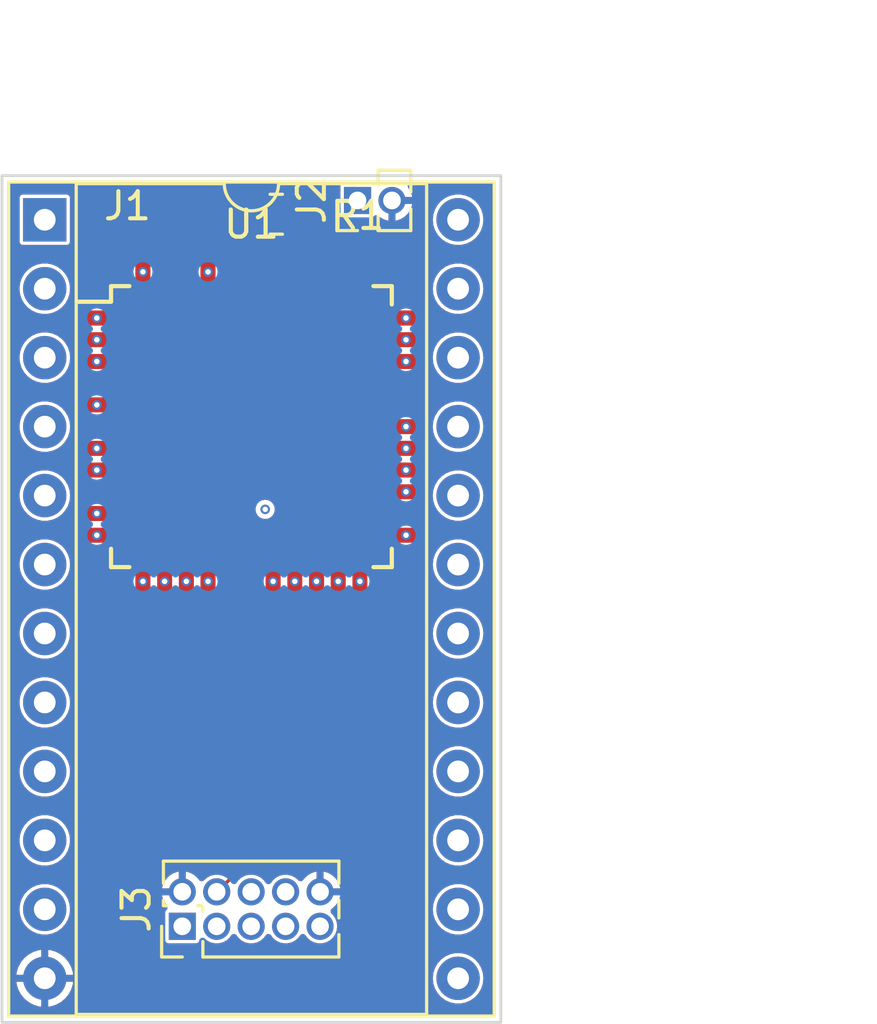
<source format=kicad_pcb>
(kicad_pcb (version 20221018) (generator pcbnew)
  (title_block (title "74(ls|hc|f)181 replacement cpld") (date "2023-04-12") (rev "0.0.1") (company "Rainy Day Plans") (comment 1 "3D view will not show the dip header correctly"))
  (layers (0 "F.Cu" signal) (1 "In1.Cu" signal) (2 "In2.Cu" signal) (31 "B.Cu" signal) (34 "B.Paste" user) (35 "F.Paste" user) (36 "B.SilkS" user "B.Silkscreen") (37 "F.SilkS" user "F.Silkscreen") (38 "B.Mask" user) (39 "F.Mask" user) (44 "Edge.Cuts" user))
  (net 0 "")
  (net 1 "/~{B0}")
  (net 2 "/~{A0}")
  (net 3 "/S3")
  (net 4 "/S2")
  (net 5 "/S1")
  (net 6 "/S0")
  (net 7 "/C_{N}")
  (net 8 "/M")
  (net 9 "/~{F0}")
  (net 10 "/~{F1}")
  (net 11 "/~{F2}")
  (net 12 "GND")
  (net 13 "/~{F3}")
  (net 14 "/A=B")
  (net 15 "/~{P}")
  (net 16 "/C_{N+4}")
  (net 17 "/~{G}")
  (net 18 "/~{B3}")
  (net 19 "/~{A3}")
  (net 20 "/~{B2}")
  (net 21 "/~{A2}")
  (net 22 "/~{B1}")
  (net 23 "/~{A1}")
  (net 24 "+5V")
  (net 31 "+12V")
  (net 36 "/TCK")
  (net 37 "/TDO")
  (net 38 "/TMS")
  (net 39 "/TDI")
  (net 40 "Net-(U1-I{slash}OE1{slash}Vpp)")
  (footprint "Resistor_SMD:R_0805_2012Metric" (layer "F.Cu") (at 139.3463 77.2668)
    (fp_text reference "R1" (at 2.9972 0.0508) (layer "F.SilkS"))
    (fp_text value "CPF0805B2K2E1")
    (fp_line (start -0.227064 -0.735) (end 0.227064 -0.735) (stroke (width 0.12)) (layer "F.SilkS"))
    (fp_line (start -0.227064 0.735) (end 0.227064 0.735) (stroke (width 0.12)) (layer "F.SilkS"))
    (pad "1" smd roundrect (at -0.9125 0) (size 1.025 1.4) (layers "F.Cu" "F.Paste" "F.Mask") (roundrect_rratio 0.243902) (net 40 "Net-(U1-I{slash}OE1{slash}Vpp)"))
    (pad "2" smd roundrect (at 0.9125 0) (size 1.025 1.4) (layers "F.Cu" "F.Paste" "F.Mask") (roundrect_rratio 0.243902) (net 31 "+12V"))
  )
  (footprint "Package_QFP:TQFP-44_10x10mm_P0.8mm" (layer "F.Cu") (at 138.43 85.09)
    (fp_text reference "U1" (at 0 -7.45) (layer "F.SilkS"))
    (fp_text value "ATF1502AS-xAx44")
    (fp_line (start -5.175 -5.175) (end -5.175 -4.6) (stroke (width 0.15)) (layer "F.SilkS"))
    (fp_line (start -5.175 -5.175) (end -4.5 -5.175) (stroke (width 0.15)) (layer "F.SilkS"))
    (fp_line (start -5.175 -4.6) (end -6.45 -4.6) (stroke (width 0.15)) (layer "F.SilkS"))
    (fp_line (start -5.175 5.175) (end -5.175 4.5) (stroke (width 0.15)) (layer "F.SilkS"))
    (fp_line (start -5.175 5.175) (end -4.5 5.175) (stroke (width 0.15)) (layer "F.SilkS"))
    (fp_line (start 5.175 -5.175) (end 4.5 -5.175) (stroke (width 0.15)) (layer "F.SilkS"))
    (fp_line (start 5.175 -5.175) (end 5.175 -4.5) (stroke (width 0.15)) (layer "F.SilkS"))
    (fp_line (start 5.175 5.175) (end 4.5 5.175) (stroke (width 0.15)) (layer "F.SilkS"))
    (fp_line (start 5.175 5.175) (end 5.175 4.5) (stroke (width 0.15)) (layer "F.SilkS"))
    (pad "1" smd rect (at -5.7 -4) (size 1.5 0.55) (layers "F.Cu" "F.Paste" "F.Mask") (net 39 "/TDI"))
    (pad "2" smd rect (at -5.7 -3.2) (size 1.5 0.55) (layers "F.Cu" "F.Paste" "F.Mask") (net 2 "/~{A0}"))
    (pad "3" smd rect (at -5.7 -2.4) (size 1.5 0.55) (layers "F.Cu" "F.Paste" "F.Mask") (net 3 "/S3"))
    (pad "4" smd rect (at -5.7 -1.6) (size 1.5 0.55) (layers "F.Cu" "F.Paste" "F.Mask") (net 12 "GND"))
    (pad "5" smd rect (at -5.7 -0.8) (size 1.5 0.55) (layers "F.Cu" "F.Paste" "F.Mask") (net 4 "/S2"))
    (pad "6" smd rect (at -5.7 0) (size 1.5 0.55) (layers "F.Cu" "F.Paste" "F.Mask"))
    (pad "7" smd rect (at -5.7 0.8) (size 1.5 0.55) (layers "F.Cu" "F.Paste" "F.Mask") (net 38 "/TMS"))
    (pad "8" smd rect (at -5.7 1.6) (size 1.5 0.55) (layers "F.Cu" "F.Paste" "F.Mask") (net 5 "/S1"))
    (pad "9" smd rect (at -5.7 2.4) (size 1.5 0.55) (layers "F.Cu" "F.Paste" "F.Mask") (net 24 "+5V"))
    (pad "10" smd rect (at -5.7 3.2) (size 1.5 0.55) (layers "F.Cu" "F.Paste" "F.Mask") (net 6 "/S0"))
    (pad "11" smd rect (at -5.7 4) (size 1.5 0.55) (layers "F.Cu" "F.Paste" "F.Mask") (net 7 "/C_{N}"))
    (pad "12" smd rect (at -4 5.7 90) (size 1.5 0.55) (layers "F.Cu" "F.Paste" "F.Mask") (net 8 "/M"))
    (pad "13" smd rect (at -3.2 5.7 90) (size 1.5 0.55) (layers "F.Cu" "F.Paste" "F.Mask") (net 9 "/~{F0}"))
    (pad "14" smd rect (at -2.4 5.7 90) (size 1.5 0.55) (layers "F.Cu" "F.Paste" "F.Mask") (net 10 "/~{F1}"))
    (pad "15" smd rect (at -1.6 5.7 90) (size 1.5 0.55) (layers "F.Cu" "F.Paste" "F.Mask") (net 11 "/~{F2}"))
    (pad "16" smd rect (at -0.8 5.7 90) (size 1.5 0.55) (layers "F.Cu" "F.Paste" "F.Mask") (net 12 "GND"))
    (pad "17" smd rect (at 0 5.7 90) (size 1.5 0.55) (layers "F.Cu" "F.Paste" "F.Mask") (net 24 "+5V"))
    (pad "18" smd rect (at 0.8 5.7 90) (size 1.5 0.55) (layers "F.Cu" "F.Paste" "F.Mask") (net 13 "/~{F3}"))
    (pad "19" smd rect (at 1.6 5.7 90) (size 1.5 0.55) (layers "F.Cu" "F.Paste" "F.Mask") (net 14 "/A=B"))
    (pad "20" smd rect (at 2.4 5.7 90) (size 1.5 0.55) (layers "F.Cu" "F.Paste" "F.Mask") (net 15 "/~{P}"))
    (pad "21" smd rect (at 3.2 5.7 90) (size 1.5 0.55) (layers "F.Cu" "F.Paste" "F.Mask") (net 16 "/C_{N+4}"))
    (pad "22" smd rect (at 4 5.7 90) (size 1.5 0.55) (layers "F.Cu" "F.Paste" "F.Mask") (net 17 "/~{G}"))
    (pad "23" smd rect (at 5.7 4) (size 1.5 0.55) (layers "F.Cu" "F.Paste" "F.Mask") (net 18 "/~{B3}"))
    (pad "24" smd rect (at 5.7 3.2) (size 1.5 0.55) (layers "F.Cu" "F.Paste" "F.Mask") (net 12 "GND"))
    (pad "25" smd rect (at 5.7 2.4) (size 1.5 0.55) (layers "F.Cu" "F.Paste" "F.Mask") (net 19 "/~{A3}"))
    (pad "26" smd rect (at 5.7 1.6) (size 1.5 0.55) (layers "F.Cu" "F.Paste" "F.Mask") (net 36 "/TCK"))
    (pad "27" smd rect (at 5.7 0.8) (size 1.5 0.55) (layers "F.Cu" "F.Paste" "F.Mask") (net 20 "/~{B2}"))
    (pad "28" smd rect (at 5.7 0) (size 1.5 0.55) (layers "F.Cu" "F.Paste" "F.Mask") (net 21 "/~{A2}"))
    (pad "29" smd rect (at 5.7 -0.8) (size 1.5 0.55) (layers "F.Cu" "F.Paste" "F.Mask") (net 24 "+5V"))
    (pad "30" smd rect (at 5.7 -1.6) (size 1.5 0.55) (layers "F.Cu" "F.Paste" "F.Mask"))
    (pad "31" smd rect (at 5.7 -2.4) (size 1.5 0.55) (layers "F.Cu" "F.Paste" "F.Mask") (net 22 "/~{B1}"))
    (pad "32" smd rect (at 5.7 -3.2) (size 1.5 0.55) (layers "F.Cu" "F.Paste" "F.Mask") (net 37 "/TDO"))
    (pad "33" smd rect (at 5.7 -4) (size 1.5 0.55) (layers "F.Cu" "F.Paste" "F.Mask") (net 23 "/~{A1}"))
    (pad "34" smd rect (at 4 -5.7 90) (size 1.5 0.55) (layers "F.Cu" "F.Paste" "F.Mask"))
    (pad "35" smd rect (at 3.2 -5.7 90) (size 1.5 0.55) (layers "F.Cu" "F.Paste" "F.Mask"))
    (pad "36" smd rect (at 2.4 -5.7 90) (size 1.5 0.55) (layers "F.Cu" "F.Paste" "F.Mask") (net 12 "GND"))
    (pad "37" smd rect (at 1.6 -5.7 90) (size 1.5 0.55) (layers "F.Cu" "F.Paste" "F.Mask"))
    (pad "38" smd rect (at 0.8 -5.7 90) (size 1.5 0.55) (layers "F.Cu" "F.Paste" "F.Mask") (net 40 "Net-(U1-I{slash}OE1{slash}Vpp)"))
    (pad "39" smd rect (at 0 -5.7 90) (size 1.5 0.55) (layers "F.Cu" "F.Paste" "F.Mask"))
    (pad "40" smd rect (at -0.8 -5.7 90) (size 1.5 0.55) (layers "F.Cu" "F.Paste" "F.Mask"))
    (pad "41" smd rect (at -1.6 -5.7 90) (size 1.5 0.55) (layers "F.Cu" "F.Paste" "F.Mask") (net 24 "+5V"))
    (pad "42" smd rect (at -2.4 -5.7 90) (size 1.5 0.55) (layers "F.Cu" "F.Paste" "F.Mask"))
    (pad "43" smd rect (at -3.2 -5.7 90) (size 1.5 0.55) (layers "F.Cu" "F.Paste" "F.Mask"))
    (pad "44" smd rect (at -4 -5.7 90) (size 1.5 0.55) (layers "F.Cu" "F.Paste" "F.Mask") (net 1 "/~{B0}"))
  )
  (footprint "Connector_PinHeader_1.27mm:PinHeader_1x02_P1.27mm_Vertical" (layer "F.Cu") (at 142.3416 76.7588 90)
    (fp_text reference "J2" (at 0 -1.695 90) (layer "F.SilkS"))
    (fp_text value "prog voltage")
    (fp_line (start -1.11 -0.76) (end 0 -0.76) (stroke (width 0.12)) (layer "F.SilkS"))
    (fp_line (start -1.11 0) (end -1.11 -0.76) (stroke (width 0.12)) (layer "F.SilkS"))
    (fp_line (start -1.11 0.76) (end -1.11 1.965) (stroke (width 0.12)) (layer "F.SilkS"))
    (fp_line (start -1.11 0.76) (end -0.563471 0.76) (stroke (width 0.12)) (layer "F.SilkS"))
    (fp_line (start -1.11 1.965) (end -0.30753 1.965) (stroke (width 0.12)) (layer "F.SilkS"))
    (fp_line (start 0.30753 1.965) (end 1.11 1.965) (stroke (width 0.12)) (layer "F.SilkS"))
    (fp_line (start 0.563471 0.76) (end 1.11 0.76) (stroke (width 0.12)) (layer "F.SilkS"))
    (fp_line (start 1.11 0.76) (end 1.11 1.965) (stroke (width 0.12)) (layer "F.SilkS"))
    (pad "1" thru_hole rect (at 0 0 90) (size 1 1) (drill 0.65) (layers "*.Cu" "*.Mask") (net 31 "+12V"))
    (pad "2" thru_hole oval (at 0 1.27 90) (size 1 1) (drill 0.65) (layers "*.Cu" "*.Mask") (net 12 "GND"))
  )
  (footprint "Package_DIP:DIP-24_W15.24mm_Socket" (layer "F.Cu") (at 130.81 77.47)
    (fp_text reference "J1" (at 3.048 -0.508) (layer "F.SilkS"))
    (fp_text value "aries 24-600-20")
    (fp_line (start -1.33 -1.39) (end -1.33 29.33) (stroke (width 0.12)) (layer "F.SilkS"))
    (fp_line (start -1.33 29.33) (end 16.57 29.33) (stroke (width 0.12)) (layer "F.SilkS"))
    (fp_line (start 1.16 -1.33) (end 1.16 29.27) (stroke (width 0.12)) (layer "F.SilkS"))
    (fp_line (start 1.16 29.27) (end 14.08 29.27) (stroke (width 0.12)) (layer "F.SilkS"))
    (fp_line (start 6.62 -1.33) (end 1.16 -1.33) (stroke (width 0.12)) (layer "F.SilkS"))
    (fp_line (start 14.08 -1.33) (end 8.62 -1.33) (stroke (width 0.12)) (layer "F.SilkS"))
    (fp_line (start 14.08 29.27) (end 14.08 -1.33) (stroke (width 0.12)) (layer "F.SilkS"))
    (fp_line (start 16.57 -1.39) (end -1.33 -1.39) (stroke (width 0.12)) (layer "F.SilkS"))
    (fp_line (start 16.57 29.33) (end 16.57 -1.39) (stroke (width 0.12)) (layer "F.SilkS"))
    (fp_arc (start 8.62 -1.33) (mid 7.62 -0.33) (end 6.62 -1.33) (stroke (width 0.12)) (layer "F.SilkS"))
    (pad "1" thru_hole rect (at 0 0) (size 1.6 1.6) (drill 0.8) (layers "*.Cu" "*.Mask") (net 1 "/~{B0}"))
    (pad "2" thru_hole oval (at 0 2.54) (size 1.6 1.6) (drill 0.8) (layers "*.Cu" "*.Mask") (net 2 "/~{A0}"))
    (pad "3" thru_hole oval (at 0 5.08) (size 1.6 1.6) (drill 0.8) (layers "*.Cu" "*.Mask") (net 3 "/S3"))
    (pad "4" thru_hole oval (at 0 7.62) (size 1.6 1.6) (drill 0.8) (layers "*.Cu" "*.Mask") (net 4 "/S2"))
    (pad "5" thru_hole oval (at 0 10.16) (size 1.6 1.6) (drill 0.8) (layers "*.Cu" "*.Mask") (net 5 "/S1"))
    (pad "6" thru_hole oval (at 0 12.7) (size 1.6 1.6) (drill 0.8) (layers "*.Cu" "*.Mask") (net 6 "/S0"))
    (pad "7" thru_hole oval (at 0 15.24) (size 1.6 1.6) (drill 0.8) (layers "*.Cu" "*.Mask") (net 7 "/C_{N}"))
    (pad "8" thru_hole oval (at 0 17.78) (size 1.6 1.6) (drill 0.8) (layers "*.Cu" "*.Mask") (net 8 "/M"))
    (pad "9" thru_hole oval (at 0 20.32) (size 1.6 1.6) (drill 0.8) (layers "*.Cu" "*.Mask") (net 9 "/~{F0}"))
    (pad "10" thru_hole oval (at 0 22.86) (size 1.6 1.6) (drill 0.8) (layers "*.Cu" "*.Mask") (net 10 "/~{F1}"))
    (pad "11" thru_hole oval (at 0 25.4) (size 1.6 1.6) (drill 0.8) (layers "*.Cu" "*.Mask") (net 11 "/~{F2}"))
    (pad "12" thru_hole oval (at 0 27.94) (size 1.6 1.6) (drill 0.8) (layers "*.Cu" "*.Mask") (net 12 "GND"))
    (pad "13" thru_hole oval (at 15.24 27.94) (size 1.6 1.6) (drill 0.8) (layers "*.Cu" "*.Mask") (net 13 "/~{F3}"))
    (pad "14" thru_hole oval (at 15.24 25.4) (size 1.6 1.6) (drill 0.8) (layers "*.Cu" "*.Mask") (net 14 "/A=B"))
    (pad "15" thru_hole oval (at 15.24 22.86) (size 1.6 1.6) (drill 0.8) (layers "*.Cu" "*.Mask") (net 15 "/~{P}"))
    (pad "16" thru_hole oval (at 15.24 20.32) (size 1.6 1.6) (drill 0.8) (layers "*.Cu" "*.Mask") (net 16 "/C_{N+4}"))
    (pad "17" thru_hole oval (at 15.24 17.78) (size 1.6 1.6) (drill 0.8) (layers "*.Cu" "*.Mask") (net 17 "/~{G}"))
    (pad "18" thru_hole oval (at 15.24 15.24) (size 1.6 1.6) (drill 0.8) (layers "*.Cu" "*.Mask") (net 18 "/~{B3}"))
    (pad "19" thru_hole oval (at 15.24 12.7) (size 1.6 1.6) (drill 0.8) (layers "*.Cu" "*.Mask") (net 19 "/~{A3}"))
    (pad "20" thru_hole oval (at 15.24 10.16) (size 1.6 1.6) (drill 0.8) (layers "*.Cu" "*.Mask") (net 20 "/~{B2}"))
    (pad "21" thru_hole oval (at 15.24 7.62) (size 1.6 1.6) (drill 0.8) (layers "*.Cu" "*.Mask") (net 21 "/~{A2}"))
    (pad "22" thru_hole oval (at 15.24 5.08) (size 1.6 1.6) (drill 0.8) (layers "*.Cu" "*.Mask") (net 22 "/~{B1}"))
    (pad "23" thru_hole oval (at 15.24 2.54) (size 1.6 1.6) (drill 0.8) (layers "*.Cu" "*.Mask") (net 23 "/~{A1}"))
    (pad "24" thru_hole oval (at 15.24 0) (size 1.6 1.6) (drill 0.8) (layers "*.Cu" "*.Mask") (net 24 "+5V"))
  )
  (footprint "Connector_PinHeader_1.27mm:PinHeader_2x05_P1.27mm_Vertical" (layer "F.Cu") (at 135.88 103.495 90)
    (fp_text reference "J3" (at 0.635 -1.695 90) (layer "F.SilkS"))
    (fp_text value "FTSH-105-04-F-D")
    (fp_line (start -1.13 -0.76) (end 0 -0.76) (stroke (width 0.12)) (layer "F.SilkS"))
    (fp_line (start -1.13 0) (end -1.13 -0.76) (stroke (width 0.12)) (layer "F.SilkS"))
    (fp_line (start -1.13 0.76) (end -1.13 5.775) (stroke (width 0.12)) (layer "F.SilkS"))
    (fp_line (start -1.13 0.76) (end -0.563471 0.76) (stroke (width 0.12)) (layer "F.SilkS"))
    (fp_line (start -1.13 5.775) (end -0.30753 5.775) (stroke (width 0.12)) (layer "F.SilkS"))
    (fp_line (start 0.30753 5.775) (end 0.96247 5.775) (stroke (width 0.12)) (layer "F.SilkS"))
    (fp_line (start 0.563471 0.76) (end 0.706529 0.76) (stroke (width 0.12)) (layer "F.SilkS"))
    (fp_line (start 0.76 -0.695) (end 0.96247 -0.695) (stroke (width 0.12)) (layer "F.SilkS"))
    (fp_line (start 0.76 -0.563471) (end 0.76 -0.695) (stroke (width 0.12)) (layer "F.SilkS"))
    (fp_line (start 0.76 0.706529) (end 0.76 0.563471) (stroke (width 0.12)) (layer "F.SilkS"))
    (fp_line (start 1.57753 -0.695) (end 2.4 -0.695) (stroke (width 0.12)) (layer "F.SilkS"))
    (fp_line (start 1.57753 5.775) (end 2.4 5.775) (stroke (width 0.12)) (layer "F.SilkS"))
    (fp_line (start 2.4 -0.695) (end 2.4 5.775) (stroke (width 0.12)) (layer "F.SilkS"))
    (pad "1" thru_hole rect (at 0 0 90) (size 1 1) (drill 0.65) (layers "*.Cu" "*.Mask") (net 36 "/TCK"))
    (pad "2" thru_hole oval (at 1.27 0 90) (size 1 1) (drill 0.65) (layers "*.Cu" "*.Mask") (net 12 "GND"))
    (pad "3" thru_hole oval (at 0 1.27 90) (size 1 1) (drill 0.65) (layers "*.Cu" "*.Mask") (net 37 "/TDO"))
    (pad "4" thru_hole oval (at 1.27 1.27 90) (size 1 1) (drill 0.65) (layers "*.Cu" "*.Mask") (net 24 "+5V"))
    (pad "5" thru_hole oval (at 0 2.54 90) (size 1 1) (drill 0.65) (layers "*.Cu" "*.Mask") (net 38 "/TMS"))
    (pad "6" thru_hole oval (at 1.27 2.54 90) (size 1 1) (drill 0.65) (layers "*.Cu" "*.Mask"))
    (pad "7" thru_hole oval (at 0 3.81 90) (size 1 1) (drill 0.65) (layers "*.Cu" "*.Mask"))
    (pad "8" thru_hole oval (at 1.27 3.81 90) (size 1 1) (drill 0.65) (layers "*.Cu" "*.Mask"))
    (pad "9" thru_hole oval (at 0 5.08 90) (size 1 1) (drill 0.65) (layers "*.Cu" "*.Mask") (net 39 "/TDI"))
    (pad "10" thru_hole oval (at 1.27 5.08 90) (size 1 1) (drill 0.65) (layers "*.Cu" "*.Mask") (net 12 "GND"))
  )
  (footprint "Package_QFP:TQFP-44_10x10mm_P0.8mm" (layer "F.Cu") (at 138.43 85.09)
    (fp_text reference "U1" (at 0 -7.45) (layer "F.SilkS"))
    (fp_text value "ATF1504AS-7AX44")
    (fp_line (start -5.175 -5.175) (end -5.175 -4.6) (stroke (width 0.15)) (layer "F.SilkS"))
    (fp_line (start -5.175 -5.175) (end -4.5 -5.175) (stroke (width 0.15)) (layer "F.SilkS"))
    (fp_line (start -5.175 -4.6) (end -6.45 -4.6) (stroke (width 0.15)) (layer "F.SilkS"))
    (fp_line (start -5.175 5.175) (end -5.175 4.5) (stroke (width 0.15)) (layer "F.SilkS"))
    (fp_line (start -5.175 5.175) (end -4.5 5.175) (stroke (width 0.15)) (layer "F.SilkS"))
    (fp_line (start 5.175 -5.175) (end 4.5 -5.175) (stroke (width 0.15)) (layer "F.SilkS"))
    (fp_line (start 5.175 -5.175) (end 5.175 -4.5) (stroke (width 0.15)) (layer "F.SilkS"))
    (fp_line (start 5.175 5.175) (end 4.5 5.175) (stroke (width 0.15)) (layer "F.SilkS"))
    (fp_line (start 5.175 5.175) (end 5.175 4.5) (stroke (width 0.15)) (layer "F.SilkS"))
    (pad "1" smd rect (at -5.7 -4) (size 1.5 0.55) (layers "F.Cu" "F.Paste" "F.Mask") (net 39 "/TDI"))
    (pad "2" smd rect (at -5.7 -3.2) (size 1.5 0.55) (layers "F.Cu" "F.Paste" "F.Mask") (net 2 "/~{A0}"))
    (pad "3" smd rect (at -5.7 -2.4) (size 1.5 0.55) (layers "F.Cu" "F.Paste" "F.Mask") (net 3 "/S3"))
    (pad "4" smd rect (at -5.7 -1.6) (size 1.5 0.55) (layers "F.Cu" "F.Paste" "F.Mask") (net 12 "GND"))
    (pad "5" smd rect (at -5.7 -0.8) (size 1.5 0.55) (layers "F.Cu" "F.Paste" "F.Mask") (net 4 "/S2"))
    (pad "6" smd rect (at -5.7 0) (size 1.5 0.55) (layers "F.Cu" "F.Paste" "F.Mask"))
    (pad "7" smd rect (at -5.7 0.8) (size 1.5 0.55) (layers "F.Cu" "F.Paste" "F.Mask") (net 38 "/TMS"))
    (pad "8" smd rect (at -5.7 1.6) (size 1.5 0.55) (layers "F.Cu" "F.Paste" "F.Mask") (net 5 "/S1"))
    (pad "9" smd rect (at -5.7 2.4) (size 1.5 0.55) (layers "F.Cu" "F.Paste" "F.Mask") (net 24 "+5V"))
    (pad "10" smd rect (at -5.7 3.2) (size 1.5 0.55) (layers "F.Cu" "F.Paste" "F.Mask") (net 6 "/S0"))
    (pad "11" smd rect (at -5.7 4) (size 1.5 0.55) (layers "F.Cu" "F.Paste" "F.Mask") (net 7 "/C_{N}"))
    (pad "12" smd rect (at -4 5.7 90) (size 1.5 0.55) (layers "F.Cu" "F.Paste" "F.Mask") (net 8 "/M"))
    (pad "13" smd rect (at -3.2 5.7 90) (size 1.5 0.55) (layers "F.Cu" "F.Paste" "F.Mask") (net 9 "/~{F0}"))
    (pad "14" smd rect (at -2.4 5.7 90) (size 1.5 0.55) (layers "F.Cu" "F.Paste" "F.Mask") (net 10 "/~{F1}"))
    (pad "15" smd rect (at -1.6 5.7 90) (size 1.5 0.55) (layers "F.Cu" "F.Paste" "F.Mask") (net 11 "/~{F2}"))
    (pad "16" smd rect (at -0.8 5.7 90) (size 1.5 0.55) (layers "F.Cu" "F.Paste" "F.Mask") (net 12 "GND"))
    (pad "17" smd rect (at 0 5.7 90) (size 1.5 0.55) (layers "F.Cu" "F.Paste" "F.Mask") (net 24 "+5V"))
    (pad "18" smd rect (at 0.8 5.7 90) (size 1.5 0.55) (layers "F.Cu" "F.Paste" "F.Mask") (net 13 "/~{F3}"))
    (pad "19" smd rect (at 1.6 5.7 90) (size 1.5 0.55) (layers "F.Cu" "F.Paste" "F.Mask") (net 14 "/A=B"))
    (pad "20" smd rect (at 2.4 5.7 90) (size 1.5 0.55) (layers "F.Cu" "F.Paste" "F.Mask") (net 15 "/~{P}"))
    (pad "21" smd rect (at 3.2 5.7 90) (size 1.5 0.55) (layers "F.Cu" "F.Paste" "F.Mask") (net 16 "/C_{N+4}"))
    (pad "22" smd rect (at 4 5.7 90) (size 1.5 0.55) (layers "F.Cu" "F.Paste" "F.Mask") (net 17 "/~{G}"))
    (pad "23" smd rect (at 5.7 4) (size 1.5 0.55) (layers "F.Cu" "F.Paste" "F.Mask") (net 18 "/~{B3}"))
    (pad "24" smd rect (at 5.7 3.2) (size 1.5 0.55) (layers "F.Cu" "F.Paste" "F.Mask") (net 12 "GND"))
    (pad "25" smd rect (at 5.7 2.4) (size 1.5 0.55) (layers "F.Cu" "F.Paste" "F.Mask") (net 19 "/~{A3}"))
    (pad "26" smd rect (at 5.7 1.6) (size 1.5 0.55) (layers "F.Cu" "F.Paste" "F.Mask") (net 36 "/TCK"))
    (pad "27" smd rect (at 5.7 0.8) (size 1.5 0.55) (layers "F.Cu" "F.Paste" "F.Mask") (net 20 "/~{B2}"))
    (pad "28" smd rect (at 5.7 0) (size 1.5 0.55) (layers "F.Cu" "F.Paste" "F.Mask") (net 21 "/~{A2}"))
    (pad "29" smd rect (at 5.7 -0.8) (size 1.5 0.55) (layers "F.Cu" "F.Paste" "F.Mask") (net 24 "+5V"))
    (pad "30" smd rect (at 5.7 -1.6) (size 1.5 0.55) (layers "F.Cu" "F.Paste" "F.Mask"))
    (pad "31" smd rect (at 5.7 -2.4) (size 1.5 0.55) (layers "F.Cu" "F.Paste" "F.Mask") (net 22 "/~{B1}"))
    (pad "32" smd rect (at 5.7 -3.2) (size 1.5 0.55) (layers "F.Cu" "F.Paste" "F.Mask") (net 37 "/TDO"))
    (pad "33" smd rect (at 5.7 -4) (size 1.5 0.55) (layers "F.Cu" "F.Paste" "F.Mask") (net 23 "/~{A1}"))
    (pad "34" smd rect (at 4 -5.7 90) (size 1.5 0.55) (layers "F.Cu" "F.Paste" "F.Mask"))
    (pad "35" smd rect (at 3.2 -5.7 90) (size 1.5 0.55) (layers "F.Cu" "F.Paste" "F.Mask"))
    (pad "36" smd rect (at 2.4 -5.7 90) (size 1.5 0.55) (layers "F.Cu" "F.Paste" "F.Mask") (net 12 "GND"))
    (pad "37" smd rect (at 1.6 -5.7 90) (size 1.5 0.55) (layers "F.Cu" "F.Paste" "F.Mask"))
    (pad "38" smd rect (at 0.8 -5.7 90) (size 1.5 0.55) (layers "F.Cu" "F.Paste" "F.Mask") (net 40 "Net-(U1-I{slash}OE1{slash}Vpp)"))
    (pad "39" smd rect (at 0 -5.7 90) (size 1.5 0.55) (layers "F.Cu" "F.Paste" "F.Mask"))
    (pad "40" smd rect (at -0.8 -5.7 90) (size 1.5 0.55) (layers "F.Cu" "F.Paste" "F.Mask"))
    (pad "41" smd rect (at -1.6 -5.7 90) (size 1.5 0.55) (layers "F.Cu" "F.Paste" "F.Mask") (net 24 "+5V"))
    (pad "42" smd rect (at -2.4 -5.7 90) (size 1.5 0.55) (layers "F.Cu" "F.Paste" "F.Mask"))
    (pad "43" smd rect (at -3.2 -5.7 90) (size 1.5 0.55) (layers "F.Cu" "F.Paste" "F.Mask"))
    (pad "44" smd rect (at -4 -5.7 90) (size 1.5 0.55) (layers "F.Cu" "F.Paste" "F.Mask") (net 1 "/~{B0}"))
  )
  (gr_rect (start 129.2352 75.8444) (end 147.6248 107.0356) (stroke (width 0.1)) (fill none) (layer "Edge.Cuts"))
  (via (at 134.43 79.39) (size 0.35) (drill 0.2) (layers "F.Cu" "B.Cu") (net 1))
  (via (at 132.73 81.89) (size 0.35) (drill 0.2) (layers "F.Cu" "B.Cu") (net 2))
  (via (at 132.73 82.69) (size 0.35) (drill 0.2) (layers "F.Cu" "B.Cu") (net 3))
  (via (at 132.73 84.29) (size 0.35) (drill 0.2) (layers "F.Cu" "B.Cu") (net 4))
  (via (at 132.73 86.69) (size 0.35) (drill 0.2) (layers "F.Cu" "B.Cu") (net 5))
  (via (at 132.73 88.29) (size 0.35) (drill 0.2) (layers "F.Cu" "B.Cu") (net 6))
  (via (at 132.73 89.09) (size 0.35) (drill 0.2) (layers "F.Cu" "B.Cu") (net 7))
  (via (at 134.43 90.79) (size 0.35) (drill 0.2) (layers "F.Cu" "B.Cu") (net 8))
  (via (at 135.23 90.79) (size 0.35) (drill 0.2) (layers "F.Cu" "B.Cu") (net 9))
  (via (at 136.03 90.79) (size 0.35) (drill 0.2) (layers "F.Cu" "B.Cu") (net 10))
  (via (at 136.83 90.79) (size 0.35) (drill 0.2) (layers "F.Cu" "B.Cu") (net 11))
  (via (at 139.23 90.79) (size 0.35) (drill 0.2) (layers "F.Cu" "B.Cu") (net 13))
  (via (at 140.03 90.79) (size 0.35) (drill 0.2) (layers "F.Cu" "B.Cu") (net 14))
  (via (at 140.83 90.79) (size 0.35) (drill 0.2) (layers "F.Cu" "B.Cu") (net 15))
  (via (at 141.63 90.79) (size 0.35) (drill 0.2) (layers "F.Cu" "B.Cu") (net 16))
  (via (at 142.43 90.79) (size 0.35) (drill 0.2) (layers "F.Cu" "B.Cu") (net 17))
  (via (at 144.13 89.09) (size 0.35) (drill 0.2) (layers "F.Cu" "B.Cu") (net 18))
  (via (at 144.13 87.49) (size 0.35) (drill 0.2) (layers "F.Cu" "B.Cu") (net 19))
  (via (at 144.13 85.89) (size 0.35) (drill 0.2) (layers "F.Cu" "B.Cu") (net 20))
  (via (at 144.13 85.09) (size 0.35) (drill 0.2) (layers "F.Cu" "B.Cu") (net 21))
  (via (at 144.13 82.69) (size 0.35) (drill 0.2) (layers "F.Cu" "B.Cu") (net 22))
  (via (at 144.13 81.09) (size 0.35) (drill 0.2) (layers "F.Cu" "B.Cu") (net 23))
  (segment (start 138.43 89.913) (end 138.43 90.79) (width 0.127) (layer "F.Cu") (net 24))
  (segment (start 132.73 87.49) (end 136.007 87.49) (width 0.127) (layer "F.Cu") (net 24))
  (segment (start 138.43 90.79) (end 138.43 82.55) (width 0.127) (layer "F.Cu") (net 24))
  (segment (start 138.7715 82.2085) (end 140.853 84.29) (width 0.127) (layer "F.Cu") (net 24))
  (segment (start 137.17 102.225) (end 137.15 102.225) (width 0.127) (layer "F.Cu") (net 24))
  (segment (start 138.43 82.55) (end 138.7715 82.2085) (width 0.127) (layer "F.Cu") (net 24))
  (segment (start 136.007 87.49) (end 138.43 89.913) (width 0.127) (layer "F.Cu") (net 24))
  (segment (start 136.83 80.267) (end 138.7715 82.2085) (width 0.127) (layer "F.Cu") (net 24))
  (segment (start 138.43 100.965) (end 137.17 102.225) (width 0.127) (layer "F.Cu") (net 24))
  (segment (start 136.83 79.39) (end 136.83 80.267) (width 0.127) (layer "F.Cu") (net 24))
  (segment (start 138.43 90.79) (end 138.43 100.965) (width 0.127) (layer "F.Cu") (net 24))
  (segment (start 140.853 84.29) (end 144.13 84.29) (width 0.127) (layer "F.Cu") (net 24))
  (via (at 136.83 79.39) (size 0.35) (drill 0.2) (layers "F.Cu" "B.Cu") (net 24))
  (segment (start 140.7668 76.7588) (end 142.3416 76.7588) (width 0.127) (layer "F.Cu") (net 31))
  (segment (start 140.2588 77.2668) (end 140.7668 76.7588) (width 0.127) (layer "F.Cu") (net 31))
  (via (at 144.13 86.69) (size 0.35) (drill 0.2) (layers "F.Cu" "B.Cu") (net 36))
  (via (at 144.13 81.89) (size 0.35) (drill 0.2) (layers "F.Cu" "B.Cu") (net 37))
  (via (at 132.73 85.89) (size 0.35) (drill 0.2) (layers "F.Cu" "B.Cu") (net 38))
  (via (at 138.938 88.138) (size 0.35) (drill 0.2) (layers "F.Cu" "B.Cu") (net 39))
  (via (at 132.73 81.09) (size 0.35) (drill 0.2) (layers "F.Cu" "B.Cu") (net 39))
  (segment (start 138.4338 77.2668) (end 139.23 78.063) (width 0.127) (layer "F.Cu") (net 40))
  (segment (start 139.23 78.063) (end 139.23 79.39) (width 0.127) (layer "F.Cu") (net 40))
  (zone (net 12) (net_name "GND") (layers "F.Cu" "In1.Cu" "In2.Cu" "B.Cu") (connect_pads (clearance 0.127)) (min_thickness 0.254) (fill yes (thermal_gap 0.254) (thermal_bridge_width 0.254))
    (polygon (pts (xy 129.4892 106.7816) (xy 147.3708 106.7816) (xy 147.3708 76.0984) (xy 129.4892 76.0984)))
  )
)
</source>
